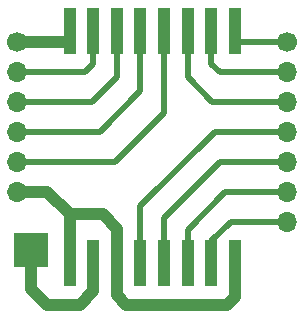
<source format=gtl>
G04 #@! TF.GenerationSoftware,KiCad,Pcbnew,6.0.6*
G04 #@! TF.CreationDate,2022-07-10T21:03:58+02:00*
G04 #@! TF.ProjectId,radio_board,72616469-6f5f-4626-9f61-72642e6b6963,rev?*
G04 #@! TF.SameCoordinates,Original*
G04 #@! TF.FileFunction,Copper,L1,Top*
G04 #@! TF.FilePolarity,Positive*
%FSLAX46Y46*%
G04 Gerber Fmt 4.6, Leading zero omitted, Abs format (unit mm)*
G04 Created by KiCad (PCBNEW 6.0.6) date 2022-07-10 21:03:58*
%MOMM*%
%LPD*%
G01*
G04 APERTURE LIST*
G04 #@! TA.AperFunction,ComponentPad*
%ADD10R,3.000000X3.000000*%
G04 #@! TD*
G04 #@! TA.AperFunction,ComponentPad*
%ADD11C,1.700000*%
G04 #@! TD*
G04 #@! TA.AperFunction,ComponentPad*
%ADD12O,1.700000X1.700000*%
G04 #@! TD*
G04 #@! TA.AperFunction,SMDPad,CuDef*
%ADD13R,1.000000X4.000000*%
G04 #@! TD*
G04 #@! TA.AperFunction,Conductor*
%ADD14C,1.000000*%
G04 #@! TD*
G04 #@! TA.AperFunction,Conductor*
%ADD15C,0.500000*%
G04 #@! TD*
G04 APERTURE END LIST*
D10*
X156114000Y-109022000D03*
D11*
X154940000Y-91440000D03*
D12*
X154940000Y-93980000D03*
X154940000Y-96520000D03*
X154940000Y-99060000D03*
X154940000Y-101600000D03*
X154940000Y-104140000D03*
D11*
X177800000Y-91440000D03*
D12*
X177800000Y-93980000D03*
X177800000Y-96520000D03*
X177800000Y-99060000D03*
X177800000Y-101600000D03*
X177800000Y-104140000D03*
X177800000Y-106680000D03*
D13*
X169370000Y-110180000D03*
X165370000Y-110180000D03*
X173370000Y-110180000D03*
X161370000Y-110180000D03*
X167370000Y-110180000D03*
X171370000Y-110180000D03*
X167370000Y-90480000D03*
X159370000Y-90480000D03*
X169370000Y-90480000D03*
X171370000Y-90480000D03*
X159370000Y-110180000D03*
X165370000Y-90480000D03*
X163370000Y-110180000D03*
X161370000Y-90480000D03*
X163370000Y-90480000D03*
X173370000Y-90480000D03*
D14*
X161370000Y-111330000D02*
X161370000Y-112510000D01*
X160215000Y-113665000D02*
X157455000Y-113665000D01*
X161370000Y-112510000D02*
X160215000Y-113665000D01*
X157455000Y-113665000D02*
X156114000Y-112324000D01*
X156114000Y-112324000D02*
X156114000Y-109022000D01*
D15*
X161925000Y-99060000D02*
X165370000Y-95615000D01*
D14*
X164165000Y-113665000D02*
X163370000Y-112870000D01*
X173370000Y-111330000D02*
X173370000Y-113015000D01*
D15*
X154940000Y-96520000D02*
X161290000Y-96520000D01*
X163370000Y-94440000D02*
X163370000Y-91230000D01*
X167370000Y-97425000D02*
X167370000Y-91230000D01*
X169370000Y-107330000D02*
X169370000Y-109430000D01*
X177800000Y-96520000D02*
X171450000Y-96520000D01*
X160655000Y-93980000D02*
X161370000Y-93265000D01*
X177800000Y-91440000D02*
X173580000Y-91440000D01*
D14*
X154940000Y-91440000D02*
X159160000Y-91440000D01*
D15*
X169370000Y-94440000D02*
X169370000Y-91230000D01*
X167370000Y-106330000D02*
X167370000Y-109430000D01*
X154940000Y-101600000D02*
X163195000Y-101600000D01*
X173020000Y-106680000D02*
X171370000Y-108330000D01*
D14*
X157480000Y-104140000D02*
X159370000Y-106030000D01*
D15*
X165370000Y-95615000D02*
X165370000Y-91230000D01*
D14*
X162164000Y-106030000D02*
X159370000Y-106030000D01*
X163370000Y-107236000D02*
X162164000Y-106030000D01*
D15*
X171370000Y-108330000D02*
X171370000Y-109430000D01*
X154940000Y-93980000D02*
X160655000Y-93980000D01*
X177800000Y-106680000D02*
X173020000Y-106680000D01*
D14*
X163370000Y-112870000D02*
X163370000Y-111330000D01*
D15*
X171450000Y-96520000D02*
X169370000Y-94440000D01*
D14*
X173370000Y-113015000D02*
X172720000Y-113665000D01*
X172720000Y-113665000D02*
X164165000Y-113665000D01*
X159160000Y-91440000D02*
X159370000Y-91230000D01*
D15*
X172560000Y-104140000D02*
X169370000Y-107330000D01*
X172100000Y-101600000D02*
X167370000Y-106330000D01*
D14*
X159370000Y-106030000D02*
X159370000Y-109430000D01*
D15*
X177800000Y-101600000D02*
X172100000Y-101600000D01*
X172085000Y-93980000D02*
X171370000Y-93265000D01*
X177800000Y-99060000D02*
X171640000Y-99060000D01*
X171370000Y-93265000D02*
X171370000Y-91230000D01*
X161290000Y-96520000D02*
X163370000Y-94440000D01*
X177800000Y-104140000D02*
X172560000Y-104140000D01*
D14*
X154940000Y-104140000D02*
X157480000Y-104140000D01*
D15*
X163195000Y-101600000D02*
X167370000Y-97425000D01*
X177800000Y-93980000D02*
X172085000Y-93980000D01*
D14*
X163370000Y-109430000D02*
X163370000Y-107236000D01*
D15*
X154940000Y-99060000D02*
X161925000Y-99060000D01*
X161370000Y-93265000D02*
X161370000Y-91230000D01*
X165370000Y-105330000D02*
X165370000Y-109430000D01*
X173580000Y-91440000D02*
X173370000Y-91230000D01*
X171640000Y-99060000D02*
X165370000Y-105330000D01*
M02*

</source>
